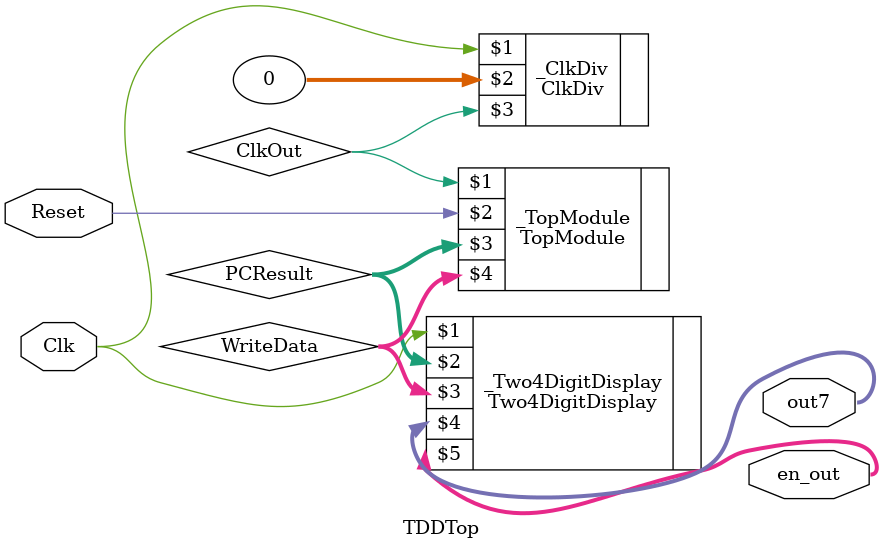
<source format=v>
`timescale 1ns / 1ps


module TDDTop(Reset, Clk, out7, en_out);
    input Reset; 
    input Clk;
    output wire [6:0] out7;
    output wire [7:0] en_out;
    wire ClkOut;
    
    ClkDiv _ClkDiv(Clk, 0, ClkOut);
    wire [31:0] PCResult, WriteData;
    
    TopModule _TopModule(ClkOut, Reset, PCResult, WriteData);
    
    Two4DigitDisplay _Two4DigitDisplay(Clk, PCResult, WriteData, out7, en_out);
endmodule

</source>
